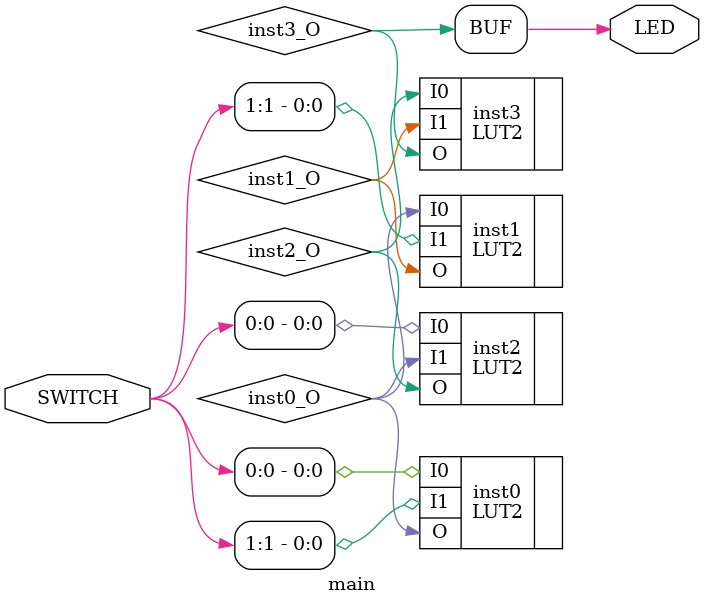
<source format=v>
module main (input [0:1] SWITCH, output [0:0] LED);
wire inst0_O;
wire inst1_O;
wire inst2_O;
wire inst3_O;
LUT2 #(.INIT(4'h7)) inst0 (.I0(SWITCH[0]), .I1(SWITCH[1]), .O(inst0_O));
LUT2 #(.INIT(4'h7)) inst1 (.I0(inst0_O), .I1(SWITCH[1]), .O(inst1_O));
LUT2 #(.INIT(4'h7)) inst2 (.I0(SWITCH[0]), .I1(inst0_O), .O(inst2_O));
LUT2 #(.INIT(4'h7)) inst3 (.I0(inst2_O), .I1(inst1_O), .O(inst3_O));
assign LED = {inst3_O};
endmodule


</source>
